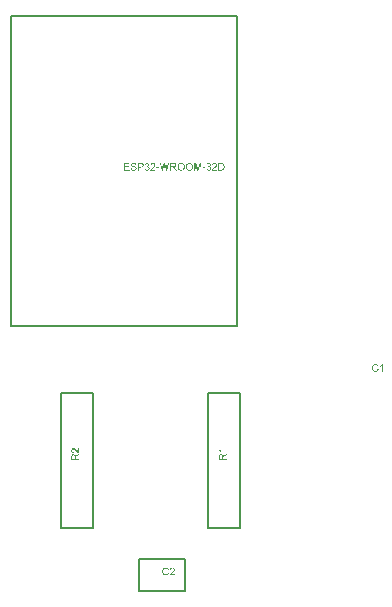
<source format=gbr>
G04*
G04 #@! TF.GenerationSoftware,Altium Limited,Altium Designer,22.4.2 (48)*
G04*
G04 Layer_Color=16711935*
%FSLAX25Y25*%
%MOIN*%
G70*
G04*
G04 #@! TF.SameCoordinates,D1C75A00-648E-4898-854E-167750E82D76*
G04*
G04*
G04 #@! TF.FilePolarity,Positive*
G04*
G01*
G75*
%ADD13C,0.00787*%
G36*
X138536Y169689D02*
X138533D01*
X138518D01*
X138496D01*
X138467Y169693D01*
X138435Y169696D01*
X138398Y169703D01*
X138362Y169711D01*
X138322Y169725D01*
X138318D01*
X138314Y169729D01*
X138293Y169736D01*
X138260Y169751D01*
X138216Y169773D01*
X138165Y169802D01*
X138107Y169838D01*
X138049Y169878D01*
X137987Y169929D01*
X137983D01*
X137979Y169936D01*
X137958Y169955D01*
X137925Y169987D01*
X137878Y170035D01*
X137823Y170089D01*
X137757Y170158D01*
X137685Y170242D01*
X137608Y170333D01*
X137604Y170337D01*
X137594Y170351D01*
X137575Y170373D01*
X137554Y170399D01*
X137524Y170431D01*
X137492Y170471D01*
X137455Y170511D01*
X137415Y170559D01*
X137328Y170650D01*
X137241Y170741D01*
X137197Y170784D01*
X137153Y170825D01*
X137113Y170861D01*
X137073Y170890D01*
X137069D01*
X137066Y170897D01*
X137055Y170905D01*
X137040Y170912D01*
X137000Y170937D01*
X136953Y170966D01*
X136895Y170992D01*
X136833Y171017D01*
X136764Y171032D01*
X136698Y171039D01*
X136695D01*
X136691D01*
X136669Y171036D01*
X136633Y171032D01*
X136593Y171021D01*
X136542Y171007D01*
X136491Y170981D01*
X136440Y170948D01*
X136389Y170905D01*
X136381Y170897D01*
X136367Y170879D01*
X136349Y170854D01*
X136323Y170814D01*
X136301Y170763D01*
X136280Y170704D01*
X136265Y170635D01*
X136261Y170559D01*
Y170537D01*
X136265Y170522D01*
X136269Y170479D01*
X136280Y170428D01*
X136294Y170373D01*
X136320Y170311D01*
X136352Y170253D01*
X136396Y170198D01*
X136403Y170191D01*
X136422Y170177D01*
X136451Y170155D01*
X136494Y170133D01*
X136545Y170107D01*
X136611Y170086D01*
X136684Y170071D01*
X136767Y170064D01*
X136735Y169747D01*
X136731D01*
X136720Y169751D01*
X136702D01*
X136676Y169754D01*
X136647Y169762D01*
X136615Y169769D01*
X136574Y169780D01*
X136534Y169791D01*
X136447Y169820D01*
X136360Y169864D01*
X136316Y169889D01*
X136272Y169922D01*
X136232Y169955D01*
X136196Y169991D01*
X136192Y169995D01*
X136189Y170002D01*
X136178Y170013D01*
X136167Y170031D01*
X136152Y170053D01*
X136138Y170078D01*
X136119Y170107D01*
X136101Y170144D01*
X136083Y170184D01*
X136065Y170228D01*
X136050Y170275D01*
X136036Y170326D01*
X136025Y170380D01*
X136014Y170439D01*
X136010Y170501D01*
X136007Y170566D01*
Y170603D01*
X136010Y170628D01*
X136014Y170657D01*
X136018Y170694D01*
X136025Y170733D01*
X136032Y170774D01*
X136057Y170868D01*
X136094Y170963D01*
X136116Y171010D01*
X136141Y171057D01*
X136174Y171101D01*
X136210Y171141D01*
X136214Y171145D01*
X136218Y171152D01*
X136232Y171159D01*
X136247Y171174D01*
X136265Y171192D01*
X136291Y171210D01*
X136316Y171229D01*
X136349Y171250D01*
X136418Y171287D01*
X136505Y171323D01*
X136549Y171338D01*
X136600Y171345D01*
X136651Y171352D01*
X136706Y171356D01*
X136713D01*
X136731D01*
X136760Y171352D01*
X136800Y171349D01*
X136844Y171341D01*
X136895Y171327D01*
X136949Y171312D01*
X137004Y171290D01*
X137011Y171287D01*
X137029Y171280D01*
X137058Y171265D01*
X137099Y171243D01*
X137142Y171214D01*
X137197Y171178D01*
X137251Y171134D01*
X137313Y171083D01*
X137321Y171076D01*
X137343Y171057D01*
X137361Y171039D01*
X137379Y171021D01*
X137401Y170999D01*
X137430Y170970D01*
X137459Y170941D01*
X137492Y170905D01*
X137528Y170868D01*
X137568Y170825D01*
X137608Y170777D01*
X137655Y170726D01*
X137703Y170668D01*
X137754Y170610D01*
X137757Y170606D01*
X137765Y170599D01*
X137776Y170584D01*
X137790Y170566D01*
X137812Y170544D01*
X137834Y170519D01*
X137881Y170460D01*
X137936Y170399D01*
X137990Y170340D01*
X138038Y170289D01*
X138056Y170268D01*
X138074Y170249D01*
X138078Y170246D01*
X138089Y170235D01*
X138103Y170220D01*
X138125Y170202D01*
X138151Y170184D01*
X138176Y170162D01*
X138238Y170118D01*
Y171360D01*
X138536D01*
Y169689D01*
D02*
G37*
G36*
Y169121D02*
X138012Y168790D01*
X138009D01*
X138001Y168782D01*
X137990Y168775D01*
X137976Y168764D01*
X137936Y168739D01*
X137885Y168706D01*
X137830Y168666D01*
X137772Y168626D01*
X137717Y168586D01*
X137666Y168550D01*
X137663Y168546D01*
X137648Y168535D01*
X137626Y168517D01*
X137601Y168491D01*
X137546Y168437D01*
X137521Y168408D01*
X137499Y168378D01*
X137495Y168375D01*
X137492Y168368D01*
X137484Y168353D01*
X137473Y168331D01*
X137463Y168309D01*
X137452Y168284D01*
X137434Y168226D01*
Y168222D01*
X137430Y168215D01*
Y168200D01*
X137426Y168182D01*
X137423Y168156D01*
Y168127D01*
X137419Y168087D01*
Y167658D01*
X138536D01*
Y167323D01*
X136018D01*
Y168491D01*
X136021Y168520D01*
Y168553D01*
X136025Y168630D01*
X136036Y168710D01*
X136047Y168797D01*
X136065Y168877D01*
X136076Y168917D01*
X136087Y168950D01*
Y168954D01*
X136090Y168957D01*
X136101Y168979D01*
X136116Y169012D01*
X136141Y169052D01*
X136174Y169096D01*
X136218Y169143D01*
X136269Y169186D01*
X136327Y169230D01*
X136330D01*
X136334Y169234D01*
X136356Y169248D01*
X136392Y169263D01*
X136440Y169285D01*
X136494Y169303D01*
X136560Y169321D01*
X136629Y169332D01*
X136706Y169336D01*
X136709D01*
X136716D01*
X136731D01*
X136749Y169332D01*
X136775D01*
X136800Y169328D01*
X136862Y169314D01*
X136935Y169292D01*
X137011Y169263D01*
X137088Y169219D01*
X137124Y169190D01*
X137161Y169161D01*
X137164Y169157D01*
X137168Y169154D01*
X137179Y169143D01*
X137190Y169128D01*
X137204Y169110D01*
X137219Y169088D01*
X137237Y169059D01*
X137259Y169030D01*
X137277Y168994D01*
X137295Y168954D01*
X137317Y168910D01*
X137335Y168863D01*
X137350Y168808D01*
X137368Y168753D01*
X137379Y168692D01*
X137390Y168626D01*
X137393Y168633D01*
X137401Y168648D01*
X137415Y168670D01*
X137430Y168699D01*
X137470Y168764D01*
X137495Y168797D01*
X137517Y168826D01*
X137524Y168833D01*
X137543Y168852D01*
X137572Y168881D01*
X137608Y168917D01*
X137659Y168957D01*
X137714Y169004D01*
X137779Y169052D01*
X137852Y169103D01*
X138536Y169536D01*
Y169121D01*
D02*
G37*
G36*
X187749Y170588D02*
X185780D01*
X185783Y170584D01*
X185798Y170566D01*
X185820Y170544D01*
X185845Y170508D01*
X185878Y170468D01*
X185914Y170417D01*
X185954Y170359D01*
X185995Y170293D01*
Y170289D01*
X185998Y170286D01*
X186013Y170264D01*
X186031Y170228D01*
X186053Y170184D01*
X186078Y170133D01*
X186104Y170078D01*
X186129Y170024D01*
X186151Y169969D01*
X185853D01*
Y169973D01*
X185845Y169980D01*
X185842Y169995D01*
X185831Y170013D01*
X185820Y170035D01*
X185805Y170060D01*
X185769Y170122D01*
X185729Y170195D01*
X185678Y170268D01*
X185620Y170344D01*
X185558Y170421D01*
X185554Y170424D01*
X185550Y170428D01*
X185539Y170439D01*
X185529Y170453D01*
X185492Y170486D01*
X185449Y170530D01*
X185398Y170573D01*
X185339Y170621D01*
X185281Y170661D01*
X185219Y170697D01*
Y170897D01*
X187749D01*
Y170588D01*
D02*
G37*
G36*
Y169121D02*
X187225Y168790D01*
X187221D01*
X187214Y168782D01*
X187203Y168775D01*
X187188Y168764D01*
X187148Y168739D01*
X187097Y168706D01*
X187043Y168666D01*
X186985Y168626D01*
X186930Y168586D01*
X186879Y168550D01*
X186875Y168546D01*
X186861Y168535D01*
X186839Y168517D01*
X186813Y168491D01*
X186759Y168437D01*
X186733Y168407D01*
X186712Y168378D01*
X186708Y168375D01*
X186704Y168368D01*
X186697Y168353D01*
X186686Y168331D01*
X186675Y168309D01*
X186664Y168284D01*
X186646Y168226D01*
Y168222D01*
X186642Y168215D01*
Y168200D01*
X186639Y168182D01*
X186635Y168156D01*
Y168127D01*
X186632Y168087D01*
Y167658D01*
X187749D01*
Y167323D01*
X185230D01*
Y168491D01*
X185234Y168520D01*
Y168553D01*
X185237Y168630D01*
X185248Y168710D01*
X185259Y168797D01*
X185277Y168877D01*
X185288Y168917D01*
X185299Y168950D01*
Y168954D01*
X185303Y168957D01*
X185314Y168979D01*
X185328Y169012D01*
X185354Y169052D01*
X185387Y169096D01*
X185430Y169143D01*
X185481Y169186D01*
X185539Y169230D01*
X185543D01*
X185547Y169234D01*
X185569Y169248D01*
X185605Y169263D01*
X185652Y169285D01*
X185707Y169303D01*
X185773Y169321D01*
X185842Y169332D01*
X185918Y169336D01*
X185922D01*
X185929D01*
X185943D01*
X185962Y169332D01*
X185987D01*
X186013Y169328D01*
X186075Y169314D01*
X186147Y169292D01*
X186224Y169263D01*
X186300Y169219D01*
X186337Y169190D01*
X186373Y169161D01*
X186377Y169157D01*
X186380Y169154D01*
X186391Y169143D01*
X186402Y169128D01*
X186417Y169110D01*
X186431Y169088D01*
X186450Y169059D01*
X186471Y169030D01*
X186489Y168994D01*
X186508Y168954D01*
X186530Y168910D01*
X186548Y168863D01*
X186562Y168808D01*
X186581Y168753D01*
X186591Y168692D01*
X186602Y168626D01*
X186606Y168633D01*
X186613Y168648D01*
X186628Y168670D01*
X186642Y168699D01*
X186682Y168764D01*
X186708Y168797D01*
X186730Y168826D01*
X186737Y168833D01*
X186755Y168852D01*
X186784Y168881D01*
X186821Y168917D01*
X186872Y168957D01*
X186926Y169004D01*
X186992Y169052D01*
X187065Y169103D01*
X187749Y169536D01*
Y169121D01*
D02*
G37*
G36*
X156826Y266441D02*
X156852D01*
X156921Y266434D01*
X156998Y266423D01*
X157078Y266405D01*
X157165Y266383D01*
X157245Y266354D01*
X157249D01*
X157256Y266350D01*
X157267Y266343D01*
X157281Y266336D01*
X157318Y266317D01*
X157365Y266285D01*
X157420Y266248D01*
X157475Y266201D01*
X157525Y266146D01*
X157573Y266084D01*
Y266081D01*
X157576Y266077D01*
X157584Y266066D01*
X157591Y266055D01*
X157609Y266019D01*
X157631Y265972D01*
X157656Y265913D01*
X157675Y265844D01*
X157693Y265771D01*
X157700Y265691D01*
X157380Y265666D01*
Y265669D01*
Y265677D01*
X157376Y265688D01*
X157372Y265706D01*
X157362Y265746D01*
X157347Y265800D01*
X157325Y265859D01*
X157292Y265917D01*
X157252Y265972D01*
X157201Y266022D01*
X157194Y266026D01*
X157176Y266041D01*
X157140Y266063D01*
X157092Y266084D01*
X157030Y266106D01*
X156958Y266128D01*
X156867Y266143D01*
X156765Y266146D01*
X156714D01*
X156692Y266143D01*
X156663Y266139D01*
X156597Y266132D01*
X156524Y266117D01*
X156452Y266099D01*
X156382Y266070D01*
X156353Y266052D01*
X156324Y266033D01*
X156317Y266030D01*
X156302Y266015D01*
X156281Y265990D01*
X156259Y265961D01*
X156233Y265921D01*
X156211Y265877D01*
X156197Y265826D01*
X156190Y265768D01*
Y265760D01*
Y265746D01*
X156193Y265720D01*
X156201Y265691D01*
X156211Y265655D01*
X156230Y265618D01*
X156251Y265582D01*
X156284Y265546D01*
X156288Y265542D01*
X156306Y265531D01*
X156321Y265520D01*
X156335Y265513D01*
X156357Y265502D01*
X156382Y265487D01*
X156415Y265476D01*
X156452Y265462D01*
X156492Y265447D01*
X156539Y265429D01*
X156590Y265415D01*
X156648Y265396D01*
X156714Y265382D01*
X156787Y265364D01*
X156790D01*
X156805Y265360D01*
X156826Y265356D01*
X156852Y265349D01*
X156885Y265342D01*
X156925Y265331D01*
X156965Y265320D01*
X157009Y265309D01*
X157103Y265284D01*
X157194Y265258D01*
X157238Y265244D01*
X157278Y265229D01*
X157314Y265218D01*
X157343Y265203D01*
X157347D01*
X157354Y265200D01*
X157365Y265193D01*
X157380Y265185D01*
X157420Y265163D01*
X157467Y265134D01*
X157522Y265094D01*
X157576Y265051D01*
X157627Y265000D01*
X157671Y264945D01*
X157675Y264938D01*
X157689Y264920D01*
X157704Y264887D01*
X157726Y264843D01*
X157744Y264792D01*
X157762Y264730D01*
X157773Y264661D01*
X157777Y264588D01*
Y264585D01*
Y264581D01*
Y264570D01*
Y264556D01*
X157769Y264516D01*
X157762Y264465D01*
X157747Y264406D01*
X157729Y264345D01*
X157700Y264279D01*
X157660Y264210D01*
Y264206D01*
X157656Y264202D01*
X157638Y264181D01*
X157613Y264148D01*
X157576Y264111D01*
X157529Y264068D01*
X157471Y264020D01*
X157405Y263977D01*
X157329Y263937D01*
X157325D01*
X157318Y263933D01*
X157307Y263930D01*
X157292Y263922D01*
X157271Y263915D01*
X157245Y263904D01*
X157187Y263890D01*
X157118Y263871D01*
X157034Y263853D01*
X156943Y263842D01*
X156845Y263839D01*
X156787D01*
X156757Y263842D01*
X156725D01*
X156688Y263846D01*
X156644Y263849D01*
X156553Y263864D01*
X156459Y263879D01*
X156364Y263904D01*
X156273Y263937D01*
X156270D01*
X156262Y263941D01*
X156251Y263948D01*
X156237Y263955D01*
X156193Y263977D01*
X156142Y264010D01*
X156084Y264053D01*
X156022Y264104D01*
X155964Y264166D01*
X155909Y264235D01*
Y264239D01*
X155902Y264246D01*
X155898Y264257D01*
X155887Y264272D01*
X155880Y264290D01*
X155869Y264312D01*
X155844Y264366D01*
X155818Y264436D01*
X155796Y264512D01*
X155782Y264599D01*
X155775Y264690D01*
X156088Y264719D01*
Y264716D01*
Y264712D01*
X156091Y264701D01*
Y264687D01*
X156098Y264654D01*
X156109Y264607D01*
X156124Y264559D01*
X156139Y264505D01*
X156164Y264454D01*
X156190Y264406D01*
X156193Y264403D01*
X156204Y264388D01*
X156222Y264363D01*
X156251Y264337D01*
X156288Y264304D01*
X156328Y264272D01*
X156382Y264239D01*
X156441Y264210D01*
X156444D01*
X156448Y264206D01*
X156459Y264202D01*
X156470Y264199D01*
X156506Y264188D01*
X156553Y264173D01*
X156612Y264159D01*
X156677Y264148D01*
X156750Y264141D01*
X156830Y264137D01*
X156863D01*
X156899Y264141D01*
X156943Y264144D01*
X156994Y264152D01*
X157052Y264159D01*
X157110Y264173D01*
X157165Y264192D01*
X157172Y264195D01*
X157191Y264202D01*
X157216Y264217D01*
X157249Y264232D01*
X157281Y264257D01*
X157318Y264283D01*
X157354Y264312D01*
X157383Y264348D01*
X157387Y264352D01*
X157394Y264366D01*
X157405Y264385D01*
X157420Y264414D01*
X157434Y264443D01*
X157445Y264479D01*
X157453Y264519D01*
X157456Y264563D01*
Y264566D01*
Y264585D01*
X157453Y264607D01*
X157449Y264636D01*
X157438Y264665D01*
X157427Y264701D01*
X157409Y264738D01*
X157383Y264770D01*
X157380Y264774D01*
X157369Y264785D01*
X157354Y264799D01*
X157329Y264821D01*
X157300Y264843D01*
X157260Y264869D01*
X157212Y264894D01*
X157158Y264916D01*
X157154Y264920D01*
X157136Y264923D01*
X157107Y264934D01*
X157089Y264938D01*
X157063Y264945D01*
X157038Y264956D01*
X157005Y264963D01*
X156968Y264974D01*
X156925Y264985D01*
X156881Y264996D01*
X156830Y265011D01*
X156772Y265025D01*
X156710Y265040D01*
X156706D01*
X156695Y265043D01*
X156677Y265047D01*
X156655Y265054D01*
X156626Y265062D01*
X156594Y265069D01*
X156521Y265091D01*
X156441Y265116D01*
X156357Y265142D01*
X156284Y265167D01*
X156251Y265182D01*
X156222Y265196D01*
X156219D01*
X156215Y265200D01*
X156193Y265214D01*
X156160Y265233D01*
X156124Y265262D01*
X156080Y265295D01*
X156037Y265335D01*
X155993Y265382D01*
X155957Y265433D01*
X155953Y265440D01*
X155942Y265458D01*
X155927Y265487D01*
X155913Y265524D01*
X155898Y265571D01*
X155884Y265626D01*
X155873Y265684D01*
X155869Y265746D01*
Y265750D01*
Y265753D01*
Y265764D01*
Y265779D01*
X155877Y265815D01*
X155884Y265862D01*
X155895Y265917D01*
X155913Y265979D01*
X155938Y266041D01*
X155975Y266103D01*
Y266106D01*
X155978Y266110D01*
X155997Y266132D01*
X156022Y266161D01*
X156055Y266197D01*
X156098Y266237D01*
X156153Y266281D01*
X156219Y266321D01*
X156291Y266357D01*
X156295D01*
X156302Y266361D01*
X156313Y266365D01*
X156328Y266372D01*
X156346Y266379D01*
X156371Y266387D01*
X156426Y266401D01*
X156495Y266416D01*
X156575Y266430D01*
X156659Y266441D01*
X156754Y266445D01*
X156801D01*
X156826Y266441D01*
D02*
G37*
G36*
X181855Y266408D02*
X181903Y266401D01*
X181961Y266390D01*
X182026Y266372D01*
X182092Y266350D01*
X182157Y266321D01*
X182161D01*
X182165Y266317D01*
X182186Y266306D01*
X182219Y266285D01*
X182256Y266259D01*
X182299Y266223D01*
X182343Y266183D01*
X182387Y266135D01*
X182423Y266081D01*
X182427Y266073D01*
X182438Y266055D01*
X182452Y266022D01*
X182470Y265983D01*
X182489Y265935D01*
X182503Y265881D01*
X182514Y265819D01*
X182518Y265757D01*
Y265750D01*
Y265728D01*
X182514Y265699D01*
X182507Y265658D01*
X182496Y265611D01*
X182478Y265560D01*
X182456Y265509D01*
X182427Y265458D01*
X182423Y265451D01*
X182412Y265437D01*
X182390Y265411D01*
X182361Y265382D01*
X182325Y265349D01*
X182281Y265313D01*
X182230Y265280D01*
X182168Y265247D01*
X182172D01*
X182179Y265244D01*
X182190Y265240D01*
X182205Y265236D01*
X182245Y265222D01*
X182296Y265200D01*
X182354Y265171D01*
X182412Y265134D01*
X182467Y265087D01*
X182518Y265033D01*
X182521Y265025D01*
X182536Y265003D01*
X182558Y264967D01*
X182580Y264920D01*
X182601Y264861D01*
X182623Y264792D01*
X182638Y264712D01*
X182641Y264625D01*
Y264621D01*
Y264610D01*
Y264592D01*
X182638Y264570D01*
X182634Y264541D01*
X182627Y264508D01*
X182620Y264472D01*
X182612Y264432D01*
X182583Y264345D01*
X182561Y264297D01*
X182539Y264253D01*
X182510Y264206D01*
X182478Y264159D01*
X182441Y264111D01*
X182397Y264068D01*
X182394Y264064D01*
X182387Y264057D01*
X182372Y264046D01*
X182354Y264031D01*
X182332Y264013D01*
X182303Y263995D01*
X182270Y263973D01*
X182230Y263955D01*
X182190Y263933D01*
X182143Y263911D01*
X182095Y263893D01*
X182041Y263875D01*
X181983Y263860D01*
X181921Y263849D01*
X181859Y263842D01*
X181790Y263839D01*
X181757D01*
X181735Y263842D01*
X181706Y263846D01*
X181673Y263849D01*
X181637Y263857D01*
X181597Y263864D01*
X181509Y263886D01*
X181418Y263922D01*
X181371Y263944D01*
X181327Y263970D01*
X181284Y264002D01*
X181240Y264035D01*
X181236Y264039D01*
X181229Y264046D01*
X181218Y264057D01*
X181207Y264071D01*
X181189Y264090D01*
X181171Y264115D01*
X181149Y264141D01*
X181127Y264173D01*
X181105Y264210D01*
X181084Y264246D01*
X181044Y264334D01*
X181011Y264436D01*
X181000Y264490D01*
X180992Y264548D01*
X181302Y264588D01*
Y264585D01*
X181306Y264577D01*
X181309Y264563D01*
X181313Y264545D01*
X181316Y264523D01*
X181324Y264497D01*
X181342Y264443D01*
X181367Y264377D01*
X181400Y264315D01*
X181437Y264257D01*
X181480Y264206D01*
X181488Y264202D01*
X181502Y264188D01*
X181531Y264170D01*
X181568Y264152D01*
X181611Y264130D01*
X181666Y264111D01*
X181728Y264097D01*
X181793Y264093D01*
X181815D01*
X181830Y264097D01*
X181870Y264101D01*
X181921Y264111D01*
X181979Y264130D01*
X182041Y264155D01*
X182103Y264192D01*
X182161Y264243D01*
X182168Y264250D01*
X182186Y264272D01*
X182208Y264304D01*
X182237Y264348D01*
X182266Y264403D01*
X182288Y264465D01*
X182307Y264537D01*
X182314Y264617D01*
Y264621D01*
Y264628D01*
Y264639D01*
X182310Y264654D01*
X182307Y264694D01*
X182296Y264741D01*
X182281Y264799D01*
X182256Y264858D01*
X182219Y264916D01*
X182172Y264971D01*
X182165Y264978D01*
X182146Y264992D01*
X182117Y265014D01*
X182077Y265040D01*
X182026Y265065D01*
X181964Y265087D01*
X181895Y265102D01*
X181819Y265109D01*
X181786D01*
X181761Y265105D01*
X181728Y265102D01*
X181691Y265094D01*
X181648Y265087D01*
X181600Y265076D01*
X181637Y265349D01*
X181655D01*
X181669Y265346D01*
X181717D01*
X181757Y265353D01*
X181804Y265360D01*
X181859Y265371D01*
X181921Y265389D01*
X181979Y265415D01*
X182041Y265447D01*
X182044D01*
X182048Y265451D01*
X182066Y265466D01*
X182092Y265491D01*
X182121Y265524D01*
X182150Y265571D01*
X182176Y265626D01*
X182194Y265688D01*
X182201Y265724D01*
Y265764D01*
Y265768D01*
Y265771D01*
Y265793D01*
X182194Y265822D01*
X182186Y265862D01*
X182172Y265906D01*
X182154Y265953D01*
X182124Y266001D01*
X182085Y266044D01*
X182081Y266048D01*
X182063Y266063D01*
X182037Y266081D01*
X182004Y266103D01*
X181961Y266121D01*
X181910Y266139D01*
X181851Y266154D01*
X181786Y266157D01*
X181757D01*
X181724Y266150D01*
X181680Y266143D01*
X181633Y266128D01*
X181586Y266110D01*
X181535Y266081D01*
X181488Y266044D01*
X181484Y266041D01*
X181469Y266022D01*
X181448Y265997D01*
X181422Y265961D01*
X181396Y265913D01*
X181371Y265855D01*
X181349Y265786D01*
X181335Y265706D01*
X181025Y265760D01*
Y265764D01*
X181029Y265775D01*
X181033Y265790D01*
X181036Y265811D01*
X181044Y265837D01*
X181054Y265866D01*
X181076Y265935D01*
X181113Y266015D01*
X181156Y266095D01*
X181211Y266172D01*
X181280Y266241D01*
X181284Y266245D01*
X181291Y266248D01*
X181302Y266255D01*
X181316Y266266D01*
X181335Y266281D01*
X181360Y266296D01*
X181386Y266310D01*
X181418Y266328D01*
X181491Y266357D01*
X181575Y266387D01*
X181673Y266405D01*
X181724Y266412D01*
X181815D01*
X181855Y266408D01*
D02*
G37*
G36*
X161322D02*
X161369Y266401D01*
X161427Y266390D01*
X161493Y266372D01*
X161558Y266350D01*
X161624Y266321D01*
X161628D01*
X161631Y266317D01*
X161653Y266306D01*
X161686Y266285D01*
X161722Y266259D01*
X161766Y266223D01*
X161810Y266183D01*
X161853Y266135D01*
X161890Y266081D01*
X161893Y266073D01*
X161904Y266055D01*
X161919Y266022D01*
X161937Y265983D01*
X161955Y265935D01*
X161970Y265881D01*
X161981Y265819D01*
X161984Y265757D01*
Y265750D01*
Y265728D01*
X161981Y265699D01*
X161974Y265658D01*
X161963Y265611D01*
X161944Y265560D01*
X161923Y265509D01*
X161893Y265458D01*
X161890Y265451D01*
X161879Y265437D01*
X161857Y265411D01*
X161828Y265382D01*
X161792Y265349D01*
X161748Y265313D01*
X161697Y265280D01*
X161635Y265247D01*
X161639D01*
X161646Y265244D01*
X161657Y265240D01*
X161671Y265236D01*
X161711Y265222D01*
X161762Y265200D01*
X161821Y265171D01*
X161879Y265134D01*
X161933Y265087D01*
X161984Y265033D01*
X161988Y265025D01*
X162003Y265003D01*
X162024Y264967D01*
X162046Y264920D01*
X162068Y264861D01*
X162090Y264792D01*
X162104Y264712D01*
X162108Y264625D01*
Y264621D01*
Y264610D01*
Y264592D01*
X162104Y264570D01*
X162101Y264541D01*
X162094Y264508D01*
X162086Y264472D01*
X162079Y264432D01*
X162050Y264345D01*
X162028Y264297D01*
X162006Y264253D01*
X161977Y264206D01*
X161944Y264159D01*
X161908Y264111D01*
X161864Y264068D01*
X161861Y264064D01*
X161853Y264057D01*
X161839Y264046D01*
X161821Y264031D01*
X161799Y264013D01*
X161770Y263995D01*
X161737Y263973D01*
X161697Y263955D01*
X161657Y263933D01*
X161609Y263911D01*
X161562Y263893D01*
X161508Y263875D01*
X161449Y263860D01*
X161387Y263849D01*
X161326Y263842D01*
X161256Y263839D01*
X161224D01*
X161202Y263842D01*
X161173Y263846D01*
X161140Y263849D01*
X161103Y263857D01*
X161064Y263864D01*
X160976Y263886D01*
X160885Y263922D01*
X160838Y263944D01*
X160794Y263970D01*
X160750Y264002D01*
X160707Y264035D01*
X160703Y264039D01*
X160696Y264046D01*
X160685Y264057D01*
X160674Y264071D01*
X160656Y264090D01*
X160638Y264115D01*
X160616Y264141D01*
X160594Y264173D01*
X160572Y264210D01*
X160550Y264246D01*
X160510Y264334D01*
X160477Y264436D01*
X160467Y264490D01*
X160459Y264548D01*
X160769Y264588D01*
Y264585D01*
X160772Y264577D01*
X160776Y264563D01*
X160780Y264545D01*
X160783Y264523D01*
X160791Y264497D01*
X160809Y264443D01*
X160834Y264377D01*
X160867Y264315D01*
X160903Y264257D01*
X160947Y264206D01*
X160954Y264202D01*
X160969Y264188D01*
X160998Y264170D01*
X161034Y264152D01*
X161078Y264130D01*
X161133Y264111D01*
X161195Y264097D01*
X161260Y264093D01*
X161282D01*
X161296Y264097D01*
X161337Y264101D01*
X161387Y264111D01*
X161446Y264130D01*
X161508Y264155D01*
X161569Y264192D01*
X161628Y264243D01*
X161635Y264250D01*
X161653Y264272D01*
X161675Y264304D01*
X161704Y264348D01*
X161733Y264403D01*
X161755Y264465D01*
X161773Y264537D01*
X161781Y264617D01*
Y264621D01*
Y264628D01*
Y264639D01*
X161777Y264654D01*
X161773Y264694D01*
X161762Y264741D01*
X161748Y264799D01*
X161722Y264858D01*
X161686Y264916D01*
X161639Y264971D01*
X161631Y264978D01*
X161613Y264992D01*
X161584Y265014D01*
X161544Y265040D01*
X161493Y265065D01*
X161431Y265087D01*
X161362Y265102D01*
X161285Y265109D01*
X161253D01*
X161227Y265105D01*
X161195Y265102D01*
X161158Y265094D01*
X161115Y265087D01*
X161067Y265076D01*
X161103Y265349D01*
X161122D01*
X161136Y265346D01*
X161184D01*
X161224Y265353D01*
X161271Y265360D01*
X161326Y265371D01*
X161387Y265389D01*
X161446Y265415D01*
X161508Y265447D01*
X161511D01*
X161515Y265451D01*
X161533Y265466D01*
X161558Y265491D01*
X161588Y265524D01*
X161617Y265571D01*
X161642Y265626D01*
X161660Y265688D01*
X161668Y265724D01*
Y265764D01*
Y265768D01*
Y265771D01*
Y265793D01*
X161660Y265822D01*
X161653Y265862D01*
X161639Y265906D01*
X161620Y265953D01*
X161591Y266001D01*
X161551Y266044D01*
X161548Y266048D01*
X161529Y266063D01*
X161504Y266081D01*
X161471Y266103D01*
X161427Y266121D01*
X161377Y266139D01*
X161318Y266154D01*
X161253Y266157D01*
X161224D01*
X161191Y266150D01*
X161147Y266143D01*
X161100Y266128D01*
X161053Y266110D01*
X161002Y266081D01*
X160954Y266044D01*
X160951Y266041D01*
X160936Y266022D01*
X160914Y265997D01*
X160889Y265961D01*
X160863Y265913D01*
X160838Y265855D01*
X160816Y265786D01*
X160801Y265706D01*
X160492Y265760D01*
Y265764D01*
X160496Y265775D01*
X160499Y265790D01*
X160503Y265811D01*
X160510Y265837D01*
X160521Y265866D01*
X160543Y265935D01*
X160579Y266015D01*
X160623Y266095D01*
X160678Y266172D01*
X160747Y266241D01*
X160750Y266245D01*
X160758Y266248D01*
X160769Y266255D01*
X160783Y266266D01*
X160801Y266281D01*
X160827Y266296D01*
X160852Y266310D01*
X160885Y266328D01*
X160958Y266357D01*
X161042Y266387D01*
X161140Y266405D01*
X161191Y266412D01*
X161282D01*
X161322Y266408D01*
D02*
G37*
G36*
X180738Y264639D02*
X179780D01*
Y264949D01*
X180738D01*
Y264639D01*
D02*
G37*
G36*
X165293D02*
X164336D01*
Y264949D01*
X165293D01*
Y264639D01*
D02*
G37*
G36*
X179402Y263882D02*
X179081D01*
Y265990D01*
X178346Y263882D01*
X178048D01*
X177320Y266026D01*
Y263882D01*
X176999D01*
Y266401D01*
X177498D01*
X178095Y264614D01*
Y264610D01*
X178099Y264603D01*
X178102Y264592D01*
X178110Y264574D01*
X178124Y264530D01*
X178142Y264475D01*
X178161Y264414D01*
X178182Y264352D01*
X178201Y264294D01*
X178215Y264243D01*
X178219Y264250D01*
X178223Y264268D01*
X178233Y264301D01*
X178248Y264345D01*
X178266Y264403D01*
X178292Y264472D01*
X178317Y264552D01*
X178350Y264647D01*
X178954Y266401D01*
X179402D01*
Y263882D01*
D02*
G37*
G36*
X167990D02*
X167663D01*
X167135Y265800D01*
Y265804D01*
X167131Y265811D01*
X167128Y265822D01*
X167124Y265841D01*
X167113Y265881D01*
X167102Y265928D01*
X167088Y265979D01*
X167073Y266026D01*
X167062Y266066D01*
X167059Y266084D01*
X167055Y266095D01*
Y266092D01*
X167051Y266088D01*
X167048Y266066D01*
X167040Y266033D01*
X167029Y265993D01*
X167018Y265950D01*
X167004Y265899D01*
X166993Y265848D01*
X166979Y265800D01*
X166447Y263882D01*
X166098D01*
X165439Y266401D01*
X165785D01*
X166159Y264749D01*
Y264745D01*
X166163Y264738D01*
X166167Y264723D01*
X166170Y264705D01*
X166174Y264679D01*
X166181Y264654D01*
X166189Y264621D01*
X166196Y264585D01*
X166214Y264508D01*
X166232Y264421D01*
X166251Y264326D01*
X166269Y264232D01*
Y264235D01*
X166272Y264250D01*
X166280Y264268D01*
X166283Y264297D01*
X166290Y264326D01*
X166301Y264363D01*
X166320Y264443D01*
X166341Y264523D01*
X166349Y264563D01*
X166360Y264599D01*
X166367Y264632D01*
X166374Y264661D01*
X166382Y264683D01*
X166385Y264698D01*
X166862Y266401D01*
X167266D01*
X167623Y265124D01*
Y265120D01*
X167630Y265102D01*
X167637Y265076D01*
X167645Y265043D01*
X167656Y265000D01*
X167670Y264952D01*
X167685Y264898D01*
X167699Y264836D01*
X167717Y264767D01*
X167732Y264698D01*
X167765Y264548D01*
X167798Y264392D01*
X167823Y264232D01*
Y264235D01*
X167827Y264243D01*
Y264257D01*
X167834Y264275D01*
X167838Y264297D01*
X167845Y264323D01*
X167849Y264355D01*
X167859Y264392D01*
X167878Y264472D01*
X167899Y264566D01*
X167921Y264668D01*
X167950Y264781D01*
X168343Y266401D01*
X168682D01*
X167990Y263882D01*
D02*
G37*
G36*
X186067Y266397D02*
X186140Y266394D01*
X186212Y266387D01*
X186285Y266376D01*
X186347Y266365D01*
X186351D01*
X186358Y266361D01*
X186369D01*
X186383Y266354D01*
X186423Y266343D01*
X186474Y266325D01*
X186533Y266299D01*
X186594Y266266D01*
X186656Y266230D01*
X186715Y266183D01*
X186718Y266179D01*
X186722Y266175D01*
X186733Y266164D01*
X186747Y266154D01*
X186784Y266117D01*
X186827Y266066D01*
X186875Y266004D01*
X186926Y265932D01*
X186973Y265848D01*
X187013Y265753D01*
Y265750D01*
X187017Y265742D01*
X187024Y265728D01*
X187028Y265706D01*
X187039Y265680D01*
X187046Y265651D01*
X187053Y265618D01*
X187064Y265579D01*
X187075Y265538D01*
X187082Y265491D01*
X187100Y265389D01*
X187111Y265276D01*
X187115Y265153D01*
Y265149D01*
Y265142D01*
Y265124D01*
Y265105D01*
X187111Y265080D01*
Y265051D01*
X187108Y264982D01*
X187097Y264901D01*
X187086Y264818D01*
X187068Y264730D01*
X187046Y264643D01*
Y264639D01*
X187042Y264632D01*
X187039Y264621D01*
X187035Y264607D01*
X187020Y264566D01*
X186998Y264516D01*
X186977Y264457D01*
X186948Y264399D01*
X186911Y264337D01*
X186875Y264279D01*
X186871Y264272D01*
X186856Y264253D01*
X186835Y264228D01*
X186806Y264195D01*
X186773Y264159D01*
X186733Y264122D01*
X186693Y264082D01*
X186645Y264050D01*
X186638Y264046D01*
X186624Y264035D01*
X186598Y264020D01*
X186562Y264002D01*
X186518Y263981D01*
X186467Y263962D01*
X186409Y263941D01*
X186343Y263922D01*
X186336D01*
X186325Y263919D01*
X186314Y263915D01*
X186278Y263911D01*
X186227Y263904D01*
X186169Y263897D01*
X186099Y263890D01*
X186023Y263886D01*
X185939Y263882D01*
X185033D01*
Y266401D01*
X186001D01*
X186067Y266397D01*
D02*
G37*
G36*
X183843Y266408D02*
X183872Y266405D01*
X183908Y266401D01*
X183948Y266394D01*
X183988Y266387D01*
X184083Y266361D01*
X184177Y266325D01*
X184225Y266303D01*
X184272Y266277D01*
X184316Y266245D01*
X184356Y266208D01*
X184360Y266205D01*
X184367Y266201D01*
X184374Y266186D01*
X184389Y266172D01*
X184407Y266154D01*
X184425Y266128D01*
X184443Y266103D01*
X184465Y266070D01*
X184501Y266001D01*
X184538Y265913D01*
X184552Y265870D01*
X184560Y265819D01*
X184567Y265768D01*
X184571Y265713D01*
Y265706D01*
Y265688D01*
X184567Y265658D01*
X184563Y265618D01*
X184556Y265575D01*
X184541Y265524D01*
X184527Y265469D01*
X184505Y265415D01*
X184501Y265407D01*
X184494Y265389D01*
X184480Y265360D01*
X184458Y265320D01*
X184429Y265276D01*
X184392Y265222D01*
X184349Y265167D01*
X184298Y265105D01*
X184290Y265098D01*
X184272Y265076D01*
X184254Y265058D01*
X184236Y265040D01*
X184214Y265018D01*
X184185Y264989D01*
X184156Y264960D01*
X184119Y264927D01*
X184083Y264891D01*
X184039Y264850D01*
X183992Y264810D01*
X183941Y264763D01*
X183883Y264716D01*
X183824Y264665D01*
X183821Y264661D01*
X183814Y264654D01*
X183799Y264643D01*
X183781Y264628D01*
X183759Y264607D01*
X183733Y264585D01*
X183675Y264537D01*
X183613Y264483D01*
X183555Y264428D01*
X183504Y264381D01*
X183482Y264363D01*
X183464Y264345D01*
X183460Y264341D01*
X183449Y264330D01*
X183435Y264315D01*
X183417Y264294D01*
X183398Y264268D01*
X183377Y264243D01*
X183333Y264181D01*
X184574D01*
Y263882D01*
X182904D01*
Y263886D01*
Y263900D01*
Y263922D01*
X182907Y263951D01*
X182911Y263984D01*
X182918Y264020D01*
X182925Y264057D01*
X182940Y264097D01*
Y264101D01*
X182943Y264104D01*
X182951Y264126D01*
X182965Y264159D01*
X182987Y264202D01*
X183016Y264253D01*
X183053Y264312D01*
X183093Y264370D01*
X183144Y264432D01*
Y264436D01*
X183151Y264439D01*
X183169Y264461D01*
X183202Y264494D01*
X183249Y264541D01*
X183304Y264596D01*
X183373Y264661D01*
X183457Y264734D01*
X183548Y264810D01*
X183551Y264814D01*
X183566Y264825D01*
X183588Y264843D01*
X183613Y264865D01*
X183646Y264894D01*
X183686Y264927D01*
X183726Y264963D01*
X183774Y265003D01*
X183864Y265091D01*
X183955Y265178D01*
X183999Y265222D01*
X184039Y265265D01*
X184076Y265305D01*
X184105Y265346D01*
Y265349D01*
X184112Y265353D01*
X184119Y265364D01*
X184126Y265378D01*
X184152Y265418D01*
X184181Y265466D01*
X184207Y265524D01*
X184232Y265586D01*
X184247Y265655D01*
X184254Y265720D01*
Y265724D01*
Y265728D01*
X184250Y265750D01*
X184247Y265786D01*
X184236Y265826D01*
X184221Y265877D01*
X184196Y265928D01*
X184163Y265979D01*
X184119Y266030D01*
X184112Y266037D01*
X184094Y266052D01*
X184068Y266070D01*
X184028Y266095D01*
X183977Y266117D01*
X183919Y266139D01*
X183850Y266154D01*
X183774Y266157D01*
X183752D01*
X183737Y266154D01*
X183693Y266150D01*
X183642Y266139D01*
X183588Y266124D01*
X183526Y266099D01*
X183468Y266066D01*
X183413Y266022D01*
X183406Y266015D01*
X183391Y265997D01*
X183369Y265968D01*
X183348Y265924D01*
X183322Y265873D01*
X183300Y265808D01*
X183286Y265735D01*
X183278Y265651D01*
X182962Y265684D01*
Y265688D01*
X182965Y265699D01*
Y265717D01*
X182969Y265742D01*
X182976Y265771D01*
X182984Y265804D01*
X182994Y265844D01*
X183005Y265884D01*
X183035Y265972D01*
X183078Y266059D01*
X183104Y266103D01*
X183136Y266146D01*
X183169Y266186D01*
X183206Y266223D01*
X183209Y266226D01*
X183217Y266230D01*
X183227Y266241D01*
X183246Y266252D01*
X183267Y266266D01*
X183293Y266281D01*
X183322Y266299D01*
X183359Y266317D01*
X183398Y266336D01*
X183442Y266354D01*
X183490Y266368D01*
X183540Y266383D01*
X183595Y266394D01*
X183653Y266405D01*
X183715Y266408D01*
X183781Y266412D01*
X183817D01*
X183843Y266408D01*
D02*
G37*
G36*
X170196Y266397D02*
X170229D01*
X170305Y266394D01*
X170386Y266383D01*
X170473Y266372D01*
X170553Y266354D01*
X170593Y266343D01*
X170626Y266332D01*
X170629D01*
X170633Y266328D01*
X170655Y266317D01*
X170688Y266303D01*
X170728Y266277D01*
X170771Y266245D01*
X170819Y266201D01*
X170862Y266150D01*
X170906Y266092D01*
Y266088D01*
X170910Y266084D01*
X170924Y266063D01*
X170939Y266026D01*
X170961Y265979D01*
X170979Y265924D01*
X170997Y265859D01*
X171008Y265790D01*
X171012Y265713D01*
Y265709D01*
Y265702D01*
Y265688D01*
X171008Y265669D01*
Y265644D01*
X171004Y265618D01*
X170990Y265557D01*
X170968Y265484D01*
X170939Y265407D01*
X170895Y265331D01*
X170866Y265295D01*
X170837Y265258D01*
X170833Y265254D01*
X170830Y265251D01*
X170819Y265240D01*
X170804Y265229D01*
X170786Y265214D01*
X170764Y265200D01*
X170735Y265182D01*
X170706Y265160D01*
X170669Y265142D01*
X170629Y265124D01*
X170586Y265102D01*
X170538Y265083D01*
X170484Y265069D01*
X170429Y265051D01*
X170367Y265040D01*
X170302Y265029D01*
X170309Y265025D01*
X170324Y265018D01*
X170345Y265003D01*
X170375Y264989D01*
X170440Y264949D01*
X170473Y264923D01*
X170502Y264901D01*
X170509Y264894D01*
X170528Y264876D01*
X170557Y264847D01*
X170593Y264810D01*
X170633Y264759D01*
X170680Y264705D01*
X170728Y264639D01*
X170779Y264566D01*
X171212Y263882D01*
X170797D01*
X170466Y264406D01*
Y264410D01*
X170458Y264417D01*
X170451Y264428D01*
X170440Y264443D01*
X170415Y264483D01*
X170382Y264534D01*
X170342Y264588D01*
X170302Y264647D01*
X170262Y264701D01*
X170225Y264752D01*
X170222Y264756D01*
X170211Y264770D01*
X170193Y264792D01*
X170167Y264818D01*
X170113Y264872D01*
X170083Y264898D01*
X170054Y264920D01*
X170051Y264923D01*
X170043Y264927D01*
X170029Y264934D01*
X170007Y264945D01*
X169985Y264956D01*
X169960Y264967D01*
X169901Y264985D01*
X169898D01*
X169890Y264989D01*
X169876D01*
X169858Y264992D01*
X169832Y264996D01*
X169803D01*
X169763Y265000D01*
X169334D01*
Y263882D01*
X168999D01*
Y266401D01*
X170167D01*
X170196Y266397D01*
D02*
G37*
G36*
X163309Y266408D02*
X163338Y266405D01*
X163375Y266401D01*
X163415Y266394D01*
X163455Y266387D01*
X163550Y266361D01*
X163644Y266325D01*
X163692Y266303D01*
X163739Y266277D01*
X163783Y266245D01*
X163823Y266208D01*
X163826Y266205D01*
X163833Y266201D01*
X163841Y266186D01*
X163855Y266172D01*
X163874Y266154D01*
X163892Y266128D01*
X163910Y266103D01*
X163932Y266070D01*
X163968Y266001D01*
X164005Y265913D01*
X164019Y265870D01*
X164026Y265819D01*
X164034Y265768D01*
X164037Y265713D01*
Y265706D01*
Y265688D01*
X164034Y265658D01*
X164030Y265618D01*
X164023Y265575D01*
X164008Y265524D01*
X163994Y265469D01*
X163972Y265415D01*
X163968Y265407D01*
X163961Y265389D01*
X163946Y265360D01*
X163925Y265320D01*
X163895Y265276D01*
X163859Y265222D01*
X163815Y265167D01*
X163764Y265105D01*
X163757Y265098D01*
X163739Y265076D01*
X163721Y265058D01*
X163702Y265040D01*
X163681Y265018D01*
X163652Y264989D01*
X163622Y264960D01*
X163586Y264927D01*
X163550Y264891D01*
X163506Y264850D01*
X163459Y264810D01*
X163408Y264763D01*
X163349Y264716D01*
X163291Y264665D01*
X163287Y264661D01*
X163280Y264654D01*
X163266Y264643D01*
X163248Y264628D01*
X163226Y264607D01*
X163200Y264585D01*
X163142Y264537D01*
X163080Y264483D01*
X163022Y264428D01*
X162971Y264381D01*
X162949Y264363D01*
X162931Y264345D01*
X162927Y264341D01*
X162916Y264330D01*
X162902Y264315D01*
X162883Y264294D01*
X162865Y264268D01*
X162844Y264243D01*
X162800Y264181D01*
X164041D01*
Y263882D01*
X162370D01*
Y263886D01*
Y263900D01*
Y263922D01*
X162374Y263951D01*
X162378Y263984D01*
X162385Y264020D01*
X162392Y264057D01*
X162407Y264097D01*
Y264101D01*
X162410Y264104D01*
X162418Y264126D01*
X162432Y264159D01*
X162454Y264202D01*
X162483Y264253D01*
X162520Y264312D01*
X162559Y264370D01*
X162610Y264432D01*
Y264436D01*
X162618Y264439D01*
X162636Y264461D01*
X162669Y264494D01*
X162716Y264541D01*
X162771Y264596D01*
X162840Y264661D01*
X162924Y264734D01*
X163014Y264810D01*
X163018Y264814D01*
X163033Y264825D01*
X163055Y264843D01*
X163080Y264865D01*
X163113Y264894D01*
X163153Y264927D01*
X163193Y264963D01*
X163240Y265003D01*
X163331Y265091D01*
X163422Y265178D01*
X163466Y265222D01*
X163506Y265265D01*
X163542Y265305D01*
X163572Y265346D01*
Y265349D01*
X163579Y265353D01*
X163586Y265364D01*
X163593Y265378D01*
X163619Y265418D01*
X163648Y265466D01*
X163673Y265524D01*
X163699Y265586D01*
X163713Y265655D01*
X163721Y265720D01*
Y265724D01*
Y265728D01*
X163717Y265750D01*
X163713Y265786D01*
X163702Y265826D01*
X163688Y265877D01*
X163662Y265928D01*
X163630Y265979D01*
X163586Y266030D01*
X163579Y266037D01*
X163560Y266052D01*
X163535Y266070D01*
X163495Y266095D01*
X163444Y266117D01*
X163386Y266139D01*
X163317Y266154D01*
X163240Y266157D01*
X163218D01*
X163204Y266154D01*
X163160Y266150D01*
X163109Y266139D01*
X163055Y266124D01*
X162993Y266099D01*
X162934Y266066D01*
X162880Y266022D01*
X162873Y266015D01*
X162858Y265997D01*
X162836Y265968D01*
X162814Y265924D01*
X162789Y265873D01*
X162767Y265808D01*
X162752Y265735D01*
X162745Y265651D01*
X162428Y265684D01*
Y265688D01*
X162432Y265699D01*
Y265717D01*
X162436Y265742D01*
X162443Y265771D01*
X162450Y265804D01*
X162461Y265844D01*
X162472Y265884D01*
X162501Y265972D01*
X162545Y266059D01*
X162571Y266103D01*
X162603Y266146D01*
X162636Y266186D01*
X162672Y266223D01*
X162676Y266226D01*
X162683Y266230D01*
X162694Y266241D01*
X162712Y266252D01*
X162734Y266266D01*
X162760Y266281D01*
X162789Y266299D01*
X162825Y266317D01*
X162865Y266336D01*
X162909Y266354D01*
X162956Y266368D01*
X163007Y266383D01*
X163062Y266394D01*
X163120Y266405D01*
X163182Y266408D01*
X163248Y266412D01*
X163284D01*
X163309Y266408D01*
D02*
G37*
G36*
X159324Y266397D02*
X159385Y266394D01*
X159451Y266390D01*
X159513Y266383D01*
X159567Y266376D01*
X159575D01*
X159600Y266368D01*
X159633Y266361D01*
X159677Y266350D01*
X159724Y266332D01*
X159775Y266310D01*
X159829Y266285D01*
X159877Y266255D01*
X159884Y266252D01*
X159899Y266241D01*
X159921Y266219D01*
X159950Y266194D01*
X159982Y266161D01*
X160015Y266117D01*
X160052Y266070D01*
X160081Y266015D01*
X160084Y266008D01*
X160092Y265990D01*
X160106Y265957D01*
X160121Y265913D01*
X160132Y265862D01*
X160146Y265804D01*
X160153Y265739D01*
X160157Y265669D01*
Y265666D01*
Y265655D01*
Y265640D01*
X160153Y265615D01*
X160150Y265589D01*
X160146Y265557D01*
X160139Y265520D01*
X160132Y265480D01*
X160106Y265396D01*
X160092Y265353D01*
X160070Y265305D01*
X160044Y265258D01*
X160019Y265214D01*
X159986Y265171D01*
X159950Y265127D01*
X159946Y265124D01*
X159939Y265116D01*
X159928Y265105D01*
X159910Y265094D01*
X159888Y265076D01*
X159859Y265058D01*
X159822Y265036D01*
X159782Y265018D01*
X159735Y264996D01*
X159680Y264974D01*
X159622Y264956D01*
X159553Y264941D01*
X159480Y264927D01*
X159400Y264916D01*
X159309Y264909D01*
X159214Y264905D01*
X158570D01*
Y263882D01*
X158235D01*
Y266401D01*
X159269D01*
X159324Y266397D01*
D02*
G37*
G36*
X155367Y266103D02*
X153878D01*
Y265335D01*
X155272D01*
Y265036D01*
X153878D01*
Y264181D01*
X155425D01*
Y263882D01*
X153543D01*
Y266401D01*
X155367D01*
Y266103D01*
D02*
G37*
G36*
X175434Y266441D02*
X175467D01*
X175500Y266438D01*
X175543Y266430D01*
X175587Y266423D01*
X175682Y266405D01*
X175791Y266376D01*
X175897Y266332D01*
X175951Y266306D01*
X176006Y266277D01*
X176009Y266274D01*
X176017Y266270D01*
X176031Y266259D01*
X176053Y266248D01*
X176075Y266230D01*
X176104Y266208D01*
X176166Y266157D01*
X176231Y266092D01*
X176304Y266012D01*
X176373Y265917D01*
X176432Y265811D01*
Y265808D01*
X176439Y265797D01*
X176446Y265782D01*
X176453Y265760D01*
X176468Y265731D01*
X176479Y265699D01*
X176494Y265658D01*
X176508Y265615D01*
X176519Y265567D01*
X176533Y265517D01*
X176548Y265458D01*
X176559Y265400D01*
X176574Y265273D01*
X176581Y265134D01*
Y265131D01*
Y265116D01*
Y265098D01*
X176577Y265069D01*
Y265036D01*
X176574Y264996D01*
X176566Y264952D01*
X176563Y264905D01*
X176544Y264799D01*
X176515Y264683D01*
X176475Y264566D01*
X176453Y264508D01*
X176424Y264450D01*
Y264446D01*
X176417Y264436D01*
X176410Y264421D01*
X176395Y264399D01*
X176381Y264374D01*
X176362Y264348D01*
X176311Y264279D01*
X176250Y264206D01*
X176177Y264130D01*
X176089Y264057D01*
X175988Y263991D01*
X175984D01*
X175977Y263984D01*
X175958Y263977D01*
X175936Y263966D01*
X175911Y263955D01*
X175882Y263944D01*
X175846Y263930D01*
X175805Y263915D01*
X175762Y263900D01*
X175715Y263886D01*
X175609Y263864D01*
X175496Y263846D01*
X175376Y263839D01*
X175340D01*
X175318Y263842D01*
X175285D01*
X175249Y263849D01*
X175208Y263853D01*
X175161Y263860D01*
X175063Y263882D01*
X174957Y263911D01*
X174848Y263955D01*
X174794Y263981D01*
X174739Y264010D01*
X174735Y264013D01*
X174728Y264017D01*
X174714Y264028D01*
X174692Y264042D01*
X174670Y264057D01*
X174644Y264079D01*
X174582Y264133D01*
X174513Y264199D01*
X174441Y264279D01*
X174375Y264370D01*
X174313Y264475D01*
Y264479D01*
X174306Y264490D01*
X174299Y264505D01*
X174291Y264527D01*
X174280Y264556D01*
X174269Y264588D01*
X174255Y264625D01*
X174244Y264665D01*
X174229Y264712D01*
X174215Y264759D01*
X174193Y264869D01*
X174178Y264982D01*
X174171Y265105D01*
Y265109D01*
Y265112D01*
Y265134D01*
X174175Y265167D01*
Y265211D01*
X174182Y265262D01*
X174189Y265324D01*
X174200Y265393D01*
X174215Y265466D01*
X174229Y265542D01*
X174251Y265622D01*
X174280Y265702D01*
X174313Y265786D01*
X174349Y265866D01*
X174397Y265946D01*
X174448Y266019D01*
X174506Y266088D01*
X174510Y266092D01*
X174521Y266103D01*
X174542Y266121D01*
X174568Y266143D01*
X174601Y266172D01*
X174641Y266201D01*
X174688Y266234D01*
X174743Y266266D01*
X174801Y266299D01*
X174866Y266332D01*
X174939Y266361D01*
X175016Y266390D01*
X175099Y266412D01*
X175187Y266430D01*
X175278Y266441D01*
X175376Y266445D01*
X175409D01*
X175434Y266441D01*
D02*
G37*
G36*
X172697D02*
X172730D01*
X172762Y266438D01*
X172806Y266430D01*
X172850Y266423D01*
X172944Y266405D01*
X173054Y266376D01*
X173159Y266332D01*
X173214Y266306D01*
X173268Y266277D01*
X173272Y266274D01*
X173279Y266270D01*
X173294Y266259D01*
X173316Y266248D01*
X173338Y266230D01*
X173367Y266208D01*
X173429Y266157D01*
X173494Y266092D01*
X173567Y266012D01*
X173636Y265917D01*
X173694Y265811D01*
Y265808D01*
X173702Y265797D01*
X173709Y265782D01*
X173716Y265760D01*
X173731Y265731D01*
X173742Y265699D01*
X173756Y265658D01*
X173771Y265615D01*
X173782Y265567D01*
X173796Y265517D01*
X173811Y265458D01*
X173822Y265400D01*
X173836Y265273D01*
X173844Y265134D01*
Y265131D01*
Y265116D01*
Y265098D01*
X173840Y265069D01*
Y265036D01*
X173836Y264996D01*
X173829Y264952D01*
X173825Y264905D01*
X173807Y264799D01*
X173778Y264683D01*
X173738Y264566D01*
X173716Y264508D01*
X173687Y264450D01*
Y264446D01*
X173680Y264436D01*
X173672Y264421D01*
X173658Y264399D01*
X173643Y264374D01*
X173625Y264348D01*
X173574Y264279D01*
X173512Y264206D01*
X173440Y264130D01*
X173352Y264057D01*
X173250Y263991D01*
X173247D01*
X173239Y263984D01*
X173221Y263977D01*
X173199Y263966D01*
X173174Y263955D01*
X173145Y263944D01*
X173108Y263930D01*
X173068Y263915D01*
X173024Y263900D01*
X172977Y263886D01*
X172872Y263864D01*
X172759Y263846D01*
X172639Y263839D01*
X172602D01*
X172580Y263842D01*
X172548D01*
X172511Y263849D01*
X172471Y263853D01*
X172424Y263860D01*
X172326Y263882D01*
X172220Y263911D01*
X172111Y263955D01*
X172056Y263981D01*
X172002Y264010D01*
X171998Y264013D01*
X171991Y264017D01*
X171976Y264028D01*
X171954Y264042D01*
X171932Y264057D01*
X171907Y264079D01*
X171845Y264133D01*
X171776Y264199D01*
X171703Y264279D01*
X171638Y264370D01*
X171576Y264475D01*
Y264479D01*
X171569Y264490D01*
X171561Y264505D01*
X171554Y264527D01*
X171543Y264556D01*
X171532Y264588D01*
X171518Y264625D01*
X171507Y264665D01*
X171492Y264712D01*
X171477Y264759D01*
X171456Y264869D01*
X171441Y264982D01*
X171434Y265105D01*
Y265109D01*
Y265112D01*
Y265134D01*
X171438Y265167D01*
Y265211D01*
X171445Y265262D01*
X171452Y265324D01*
X171463Y265393D01*
X171477Y265466D01*
X171492Y265542D01*
X171514Y265622D01*
X171543Y265702D01*
X171576Y265786D01*
X171612Y265866D01*
X171660Y265946D01*
X171711Y266019D01*
X171769Y266088D01*
X171772Y266092D01*
X171783Y266103D01*
X171805Y266121D01*
X171831Y266143D01*
X171863Y266172D01*
X171903Y266201D01*
X171951Y266234D01*
X172005Y266266D01*
X172064Y266299D01*
X172129Y266332D01*
X172202Y266361D01*
X172278Y266390D01*
X172362Y266412D01*
X172449Y266430D01*
X172540Y266441D01*
X172639Y266445D01*
X172671D01*
X172697Y266441D01*
D02*
G37*
G36*
X167587Y131540D02*
X167620Y131536D01*
X167660Y131532D01*
X167700Y131529D01*
X167747Y131518D01*
X167845Y131496D01*
X167955Y131463D01*
X168009Y131441D01*
X168060Y131416D01*
X168111Y131383D01*
X168162Y131350D01*
X168166Y131347D01*
X168173Y131343D01*
X168188Y131332D01*
X168206Y131314D01*
X168224Y131296D01*
X168249Y131270D01*
X168275Y131241D01*
X168304Y131212D01*
X168333Y131176D01*
X168362Y131132D01*
X168395Y131088D01*
X168424Y131041D01*
X168450Y130986D01*
X168479Y130932D01*
X168501Y130873D01*
X168523Y130808D01*
X168195Y130731D01*
Y130735D01*
X168191Y130742D01*
X168184Y130757D01*
X168177Y130775D01*
X168169Y130797D01*
X168158Y130826D01*
X168129Y130884D01*
X168093Y130950D01*
X168049Y131015D01*
X167995Y131077D01*
X167937Y131132D01*
X167929Y131139D01*
X167907Y131154D01*
X167871Y131172D01*
X167824Y131197D01*
X167762Y131219D01*
X167693Y131241D01*
X167609Y131256D01*
X167518Y131259D01*
X167489D01*
X167471Y131256D01*
X167445D01*
X167416Y131252D01*
X167347Y131241D01*
X167270Y131227D01*
X167190Y131201D01*
X167107Y131165D01*
X167030Y131117D01*
X167026D01*
X167023Y131110D01*
X166997Y131092D01*
X166965Y131063D01*
X166925Y131019D01*
X166877Y130964D01*
X166834Y130903D01*
X166794Y130826D01*
X166757Y130742D01*
Y130739D01*
X166753Y130731D01*
X166750Y130721D01*
X166746Y130702D01*
X166739Y130681D01*
X166732Y130655D01*
X166721Y130593D01*
X166706Y130520D01*
X166692Y130440D01*
X166684Y130353D01*
X166681Y130258D01*
Y130255D01*
Y130244D01*
Y130226D01*
Y130204D01*
X166684Y130178D01*
Y130145D01*
X166688Y130109D01*
X166692Y130069D01*
X166702Y129982D01*
X166721Y129887D01*
X166743Y129792D01*
X166772Y129698D01*
Y129694D01*
X166775Y129687D01*
X166783Y129676D01*
X166790Y129658D01*
X166812Y129614D01*
X166844Y129563D01*
X166885Y129505D01*
X166936Y129443D01*
X166994Y129388D01*
X167063Y129337D01*
X167067D01*
X167074Y129334D01*
X167085Y129326D01*
X167099Y129319D01*
X167118Y129312D01*
X167139Y129301D01*
X167190Y129279D01*
X167256Y129257D01*
X167329Y129239D01*
X167409Y129225D01*
X167492Y129221D01*
X167518D01*
X167540Y129225D01*
X167565D01*
X167591Y129228D01*
X167656Y129243D01*
X167733Y129261D01*
X167809Y129290D01*
X167889Y129330D01*
X167929Y129352D01*
X167966Y129381D01*
X167969Y129385D01*
X167973Y129388D01*
X167984Y129399D01*
X167998Y129410D01*
X168013Y129428D01*
X168031Y129450D01*
X168053Y129472D01*
X168071Y129501D01*
X168093Y129534D01*
X168119Y129570D01*
X168140Y129607D01*
X168162Y129650D01*
X168180Y129698D01*
X168199Y129749D01*
X168217Y129803D01*
X168231Y129861D01*
X168566Y129778D01*
Y129774D01*
X168563Y129760D01*
X168555Y129738D01*
X168544Y129709D01*
X168533Y129676D01*
X168519Y129636D01*
X168501Y129592D01*
X168479Y129545D01*
X168428Y129443D01*
X168362Y129341D01*
X168322Y129290D01*
X168282Y129239D01*
X168239Y129195D01*
X168188Y129152D01*
X168184Y129148D01*
X168177Y129141D01*
X168158Y129133D01*
X168140Y129119D01*
X168111Y129101D01*
X168082Y129083D01*
X168042Y129064D01*
X168002Y129046D01*
X167955Y129024D01*
X167904Y129006D01*
X167849Y128988D01*
X167791Y128970D01*
X167729Y128955D01*
X167664Y128948D01*
X167594Y128941D01*
X167522Y128937D01*
X167482D01*
X167452Y128941D01*
X167420D01*
X167380Y128944D01*
X167336Y128952D01*
X167285Y128959D01*
X167179Y128977D01*
X167070Y129006D01*
X166961Y129046D01*
X166910Y129072D01*
X166859Y129101D01*
X166855Y129104D01*
X166848Y129108D01*
X166834Y129119D01*
X166819Y129133D01*
X166797Y129148D01*
X166772Y129170D01*
X166743Y129195D01*
X166713Y129225D01*
X166684Y129257D01*
X166652Y129290D01*
X166586Y129374D01*
X166524Y129472D01*
X166470Y129581D01*
Y129585D01*
X166462Y129596D01*
X166459Y129614D01*
X166448Y129636D01*
X166440Y129665D01*
X166429Y129701D01*
X166415Y129741D01*
X166404Y129785D01*
X166393Y129832D01*
X166379Y129887D01*
X166360Y130000D01*
X166346Y130127D01*
X166339Y130258D01*
Y130262D01*
Y130277D01*
Y130298D01*
X166342Y130324D01*
Y130360D01*
X166346Y130397D01*
X166349Y130444D01*
X166357Y130491D01*
X166375Y130597D01*
X166400Y130713D01*
X166437Y130830D01*
X166488Y130943D01*
X166491Y130946D01*
X166495Y130957D01*
X166502Y130972D01*
X166517Y130990D01*
X166531Y131015D01*
X166550Y131044D01*
X166597Y131110D01*
X166659Y131183D01*
X166732Y131256D01*
X166815Y131328D01*
X166914Y131390D01*
X166917Y131394D01*
X166928Y131398D01*
X166943Y131405D01*
X166961Y131416D01*
X166990Y131427D01*
X167019Y131438D01*
X167056Y131452D01*
X167096Y131467D01*
X167139Y131481D01*
X167187Y131496D01*
X167289Y131518D01*
X167405Y131536D01*
X167525Y131543D01*
X167562D01*
X167587Y131540D01*
D02*
G37*
G36*
X169746Y131507D02*
X169775Y131503D01*
X169811Y131500D01*
X169851Y131492D01*
X169891Y131485D01*
X169986Y131459D01*
X170080Y131423D01*
X170128Y131401D01*
X170175Y131376D01*
X170219Y131343D01*
X170259Y131307D01*
X170262Y131303D01*
X170270Y131299D01*
X170277Y131285D01*
X170292Y131270D01*
X170310Y131252D01*
X170328Y131227D01*
X170346Y131201D01*
X170368Y131168D01*
X170404Y131099D01*
X170441Y131012D01*
X170455Y130968D01*
X170463Y130917D01*
X170470Y130866D01*
X170474Y130812D01*
Y130804D01*
Y130786D01*
X170470Y130757D01*
X170466Y130717D01*
X170459Y130673D01*
X170445Y130622D01*
X170430Y130568D01*
X170408Y130513D01*
X170404Y130506D01*
X170397Y130488D01*
X170383Y130458D01*
X170361Y130418D01*
X170332Y130375D01*
X170295Y130320D01*
X170252Y130266D01*
X170201Y130204D01*
X170193Y130196D01*
X170175Y130175D01*
X170157Y130156D01*
X170139Y130138D01*
X170117Y130116D01*
X170088Y130087D01*
X170059Y130058D01*
X170022Y130025D01*
X169986Y129989D01*
X169942Y129949D01*
X169895Y129909D01*
X169844Y129861D01*
X169786Y129814D01*
X169727Y129763D01*
X169724Y129760D01*
X169717Y129752D01*
X169702Y129741D01*
X169684Y129727D01*
X169662Y129705D01*
X169636Y129683D01*
X169578Y129636D01*
X169516Y129581D01*
X169458Y129527D01*
X169407Y129479D01*
X169385Y129461D01*
X169367Y129443D01*
X169363Y129439D01*
X169352Y129428D01*
X169338Y129414D01*
X169320Y129392D01*
X169301Y129367D01*
X169280Y129341D01*
X169236Y129279D01*
X170477D01*
Y128981D01*
X168806D01*
Y128984D01*
Y128999D01*
Y129021D01*
X168810Y129050D01*
X168814Y129083D01*
X168821Y129119D01*
X168828Y129155D01*
X168843Y129195D01*
Y129199D01*
X168846Y129203D01*
X168854Y129225D01*
X168868Y129257D01*
X168890Y129301D01*
X168919Y129352D01*
X168956Y129410D01*
X168996Y129468D01*
X169047Y129530D01*
Y129534D01*
X169054Y129538D01*
X169072Y129559D01*
X169105Y129592D01*
X169152Y129639D01*
X169207Y129694D01*
X169276Y129760D01*
X169360Y129832D01*
X169451Y129909D01*
X169454Y129912D01*
X169469Y129923D01*
X169491Y129942D01*
X169516Y129963D01*
X169549Y129993D01*
X169589Y130025D01*
X169629Y130062D01*
X169676Y130102D01*
X169767Y130189D01*
X169858Y130277D01*
X169902Y130320D01*
X169942Y130364D01*
X169978Y130404D01*
X170008Y130444D01*
Y130448D01*
X170015Y130451D01*
X170022Y130462D01*
X170029Y130477D01*
X170055Y130517D01*
X170084Y130564D01*
X170110Y130622D01*
X170135Y130684D01*
X170150Y130753D01*
X170157Y130819D01*
Y130823D01*
Y130826D01*
X170153Y130848D01*
X170150Y130884D01*
X170139Y130924D01*
X170124Y130975D01*
X170099Y131026D01*
X170066Y131077D01*
X170022Y131128D01*
X170015Y131135D01*
X169997Y131150D01*
X169971Y131168D01*
X169931Y131194D01*
X169880Y131216D01*
X169822Y131237D01*
X169753Y131252D01*
X169676Y131256D01*
X169655D01*
X169640Y131252D01*
X169596Y131248D01*
X169545Y131237D01*
X169491Y131223D01*
X169429Y131197D01*
X169371Y131165D01*
X169316Y131121D01*
X169309Y131114D01*
X169294Y131096D01*
X169272Y131066D01*
X169251Y131023D01*
X169225Y130972D01*
X169203Y130906D01*
X169189Y130833D01*
X169181Y130750D01*
X168865Y130782D01*
Y130786D01*
X168868Y130797D01*
Y130815D01*
X168872Y130841D01*
X168879Y130870D01*
X168886Y130903D01*
X168897Y130943D01*
X168908Y130983D01*
X168938Y131070D01*
X168981Y131157D01*
X169007Y131201D01*
X169039Y131245D01*
X169072Y131285D01*
X169109Y131321D01*
X169112Y131325D01*
X169120Y131328D01*
X169130Y131339D01*
X169149Y131350D01*
X169170Y131365D01*
X169196Y131379D01*
X169225Y131398D01*
X169261Y131416D01*
X169301Y131434D01*
X169345Y131452D01*
X169393Y131467D01*
X169444Y131481D01*
X169498Y131492D01*
X169556Y131503D01*
X169618Y131507D01*
X169684Y131510D01*
X169720D01*
X169746Y131507D01*
D02*
G37*
G36*
X237469Y199453D02*
X237502Y199449D01*
X237542Y199446D01*
X237582Y199442D01*
X237629Y199431D01*
X237727Y199409D01*
X237837Y199376D01*
X237891Y199355D01*
X237942Y199329D01*
X237993Y199296D01*
X238044Y199264D01*
X238048Y199260D01*
X238055Y199256D01*
X238070Y199246D01*
X238088Y199227D01*
X238106Y199209D01*
X238131Y199184D01*
X238157Y199154D01*
X238186Y199125D01*
X238215Y199089D01*
X238244Y199045D01*
X238277Y199002D01*
X238306Y198954D01*
X238332Y198900D01*
X238361Y198845D01*
X238383Y198787D01*
X238404Y198721D01*
X238077Y198645D01*
Y198649D01*
X238073Y198656D01*
X238066Y198670D01*
X238059Y198688D01*
X238051Y198710D01*
X238040Y198740D01*
X238011Y198798D01*
X237975Y198863D01*
X237931Y198929D01*
X237877Y198991D01*
X237818Y199045D01*
X237811Y199053D01*
X237789Y199067D01*
X237753Y199085D01*
X237705Y199111D01*
X237644Y199133D01*
X237575Y199154D01*
X237491Y199169D01*
X237400Y199173D01*
X237371D01*
X237352Y199169D01*
X237327D01*
X237298Y199165D01*
X237229Y199154D01*
X237152Y199140D01*
X237072Y199114D01*
X236988Y199078D01*
X236912Y199031D01*
X236908D01*
X236905Y199023D01*
X236879Y199005D01*
X236846Y198976D01*
X236807Y198932D01*
X236759Y198878D01*
X236716Y198816D01*
X236675Y198740D01*
X236639Y198656D01*
Y198652D01*
X236635Y198645D01*
X236632Y198634D01*
X236628Y198616D01*
X236621Y198594D01*
X236613Y198568D01*
X236603Y198506D01*
X236588Y198434D01*
X236574Y198354D01*
X236566Y198266D01*
X236563Y198172D01*
Y198168D01*
Y198157D01*
Y198139D01*
Y198117D01*
X236566Y198092D01*
Y198059D01*
X236570Y198022D01*
X236574Y197982D01*
X236584Y197895D01*
X236603Y197800D01*
X236625Y197706D01*
X236654Y197611D01*
Y197608D01*
X236657Y197600D01*
X236665Y197589D01*
X236672Y197571D01*
X236694Y197527D01*
X236726Y197476D01*
X236766Y197418D01*
X236817Y197356D01*
X236876Y197302D01*
X236945Y197251D01*
X236948D01*
X236956Y197247D01*
X236967Y197240D01*
X236981Y197232D01*
X236999Y197225D01*
X237021Y197214D01*
X237072Y197193D01*
X237138Y197171D01*
X237210Y197152D01*
X237291Y197138D01*
X237374Y197134D01*
X237400D01*
X237422Y197138D01*
X237447D01*
X237473Y197142D01*
X237538Y197156D01*
X237614Y197174D01*
X237691Y197203D01*
X237771Y197243D01*
X237811Y197265D01*
X237847Y197294D01*
X237851Y197298D01*
X237855Y197302D01*
X237866Y197313D01*
X237880Y197324D01*
X237895Y197342D01*
X237913Y197364D01*
X237935Y197385D01*
X237953Y197415D01*
X237975Y197447D01*
X238000Y197484D01*
X238022Y197520D01*
X238044Y197564D01*
X238062Y197611D01*
X238081Y197662D01*
X238099Y197717D01*
X238113Y197775D01*
X238448Y197691D01*
Y197687D01*
X238444Y197673D01*
X238437Y197651D01*
X238426Y197622D01*
X238415Y197589D01*
X238401Y197549D01*
X238383Y197505D01*
X238361Y197458D01*
X238310Y197356D01*
X238244Y197254D01*
X238204Y197203D01*
X238164Y197152D01*
X238121Y197109D01*
X238070Y197065D01*
X238066Y197062D01*
X238059Y197054D01*
X238040Y197047D01*
X238022Y197032D01*
X237993Y197014D01*
X237964Y196996D01*
X237924Y196978D01*
X237884Y196959D01*
X237837Y196938D01*
X237786Y196920D01*
X237731Y196901D01*
X237673Y196883D01*
X237611Y196869D01*
X237545Y196861D01*
X237476Y196854D01*
X237403Y196850D01*
X237363D01*
X237334Y196854D01*
X237301D01*
X237262Y196858D01*
X237218Y196865D01*
X237167Y196872D01*
X237061Y196890D01*
X236952Y196920D01*
X236843Y196959D01*
X236792Y196985D01*
X236741Y197014D01*
X236737Y197018D01*
X236730Y197021D01*
X236716Y197032D01*
X236701Y197047D01*
X236679Y197062D01*
X236654Y197083D01*
X236625Y197109D01*
X236595Y197138D01*
X236566Y197171D01*
X236533Y197203D01*
X236468Y197287D01*
X236406Y197385D01*
X236351Y197495D01*
Y197498D01*
X236344Y197509D01*
X236340Y197527D01*
X236330Y197549D01*
X236322Y197578D01*
X236311Y197615D01*
X236297Y197655D01*
X236286Y197698D01*
X236275Y197746D01*
X236261Y197800D01*
X236242Y197913D01*
X236228Y198041D01*
X236220Y198172D01*
Y198175D01*
Y198190D01*
Y198212D01*
X236224Y198237D01*
Y198274D01*
X236228Y198310D01*
X236231Y198357D01*
X236239Y198405D01*
X236257Y198510D01*
X236282Y198627D01*
X236319Y198743D01*
X236370Y198856D01*
X236373Y198860D01*
X236377Y198871D01*
X236384Y198885D01*
X236399Y198903D01*
X236413Y198929D01*
X236432Y198958D01*
X236479Y199023D01*
X236541Y199096D01*
X236613Y199169D01*
X236697Y199242D01*
X236795Y199304D01*
X236799Y199307D01*
X236810Y199311D01*
X236825Y199318D01*
X236843Y199329D01*
X236872Y199340D01*
X236901Y199351D01*
X236937Y199366D01*
X236978Y199380D01*
X237021Y199395D01*
X237069Y199409D01*
X237171Y199431D01*
X237287Y199449D01*
X237407Y199457D01*
X237443D01*
X237469Y199453D01*
D02*
G37*
G36*
X239897Y196894D02*
X239587D01*
Y198863D01*
X239584Y198860D01*
X239566Y198845D01*
X239544Y198823D01*
X239507Y198798D01*
X239467Y198765D01*
X239416Y198729D01*
X239358Y198688D01*
X239293Y198649D01*
X239289D01*
X239285Y198645D01*
X239264Y198630D01*
X239227Y198612D01*
X239183Y198590D01*
X239132Y198565D01*
X239078Y198539D01*
X239023Y198514D01*
X238969Y198492D01*
Y198791D01*
X238972D01*
X238980Y198798D01*
X238994Y198801D01*
X239012Y198812D01*
X239034Y198823D01*
X239060Y198838D01*
X239122Y198874D01*
X239194Y198914D01*
X239267Y198965D01*
X239344Y199023D01*
X239420Y199085D01*
X239424Y199089D01*
X239427Y199093D01*
X239438Y199103D01*
X239453Y199114D01*
X239486Y199151D01*
X239529Y199195D01*
X239573Y199246D01*
X239620Y199304D01*
X239660Y199362D01*
X239697Y199424D01*
X239897D01*
Y196894D01*
D02*
G37*
%LPC*%
G36*
X136709Y168994D02*
X136706D01*
X136702D01*
X136680Y168990D01*
X136647Y168986D01*
X136603Y168979D01*
X136560Y168961D01*
X136509Y168939D01*
X136462Y168906D01*
X136414Y168863D01*
X136411Y168855D01*
X136396Y168837D01*
X136378Y168808D01*
X136356Y168761D01*
X136334Y168706D01*
X136316Y168633D01*
X136301Y168550D01*
X136298Y168451D01*
Y167658D01*
X137131D01*
Y168408D01*
X137128Y168451D01*
X137124Y168502D01*
X137120Y168560D01*
X137113Y168619D01*
X137102Y168677D01*
X137088Y168728D01*
X137084Y168735D01*
X137077Y168750D01*
X137066Y168772D01*
X137051Y168801D01*
X137029Y168833D01*
X137004Y168866D01*
X136971Y168899D01*
X136935Y168924D01*
X136931Y168928D01*
X136917Y168935D01*
X136895Y168946D01*
X136866Y168961D01*
X136833Y168972D01*
X136796Y168983D01*
X136753Y168990D01*
X136709Y168994D01*
D02*
G37*
G36*
X185922Y168994D02*
X185918D01*
X185914D01*
X185893Y168990D01*
X185860Y168986D01*
X185816Y168979D01*
X185773Y168961D01*
X185722Y168939D01*
X185674Y168906D01*
X185627Y168863D01*
X185623Y168855D01*
X185609Y168837D01*
X185591Y168808D01*
X185569Y168761D01*
X185547Y168706D01*
X185529Y168633D01*
X185514Y168550D01*
X185510Y168451D01*
Y167658D01*
X186344D01*
Y168407D01*
X186340Y168451D01*
X186337Y168502D01*
X186333Y168560D01*
X186326Y168619D01*
X186315Y168677D01*
X186300Y168728D01*
X186297Y168735D01*
X186289Y168750D01*
X186278Y168772D01*
X186264Y168801D01*
X186242Y168833D01*
X186216Y168866D01*
X186184Y168899D01*
X186147Y168924D01*
X186144Y168928D01*
X186129Y168935D01*
X186107Y168946D01*
X186078Y168961D01*
X186046Y168972D01*
X186009Y168983D01*
X185965Y168990D01*
X185922Y168994D01*
D02*
G37*
G36*
X185950Y266103D02*
X185368D01*
Y264181D01*
X185965D01*
X185990Y264184D01*
X186045Y264188D01*
X186107Y264192D01*
X186172Y264199D01*
X186238Y264210D01*
X186292Y264224D01*
X186300Y264228D01*
X186318Y264232D01*
X186343Y264243D01*
X186376Y264257D01*
X186412Y264279D01*
X186449Y264301D01*
X186485Y264326D01*
X186522Y264355D01*
X186525Y264363D01*
X186540Y264377D01*
X186562Y264403D01*
X186587Y264439D01*
X186616Y264487D01*
X186649Y264541D01*
X186678Y264603D01*
X186704Y264672D01*
Y264676D01*
X186707Y264683D01*
X186711Y264694D01*
X186715Y264708D01*
X186718Y264727D01*
X186725Y264752D01*
X186733Y264778D01*
X186740Y264807D01*
X186751Y264880D01*
X186762Y264963D01*
X186769Y265058D01*
X186773Y265160D01*
Y265163D01*
Y265178D01*
Y265196D01*
X186769Y265225D01*
Y265258D01*
X186766Y265295D01*
X186762Y265338D01*
X186758Y265382D01*
X186740Y265480D01*
X186718Y265582D01*
X186685Y265677D01*
X186664Y265724D01*
X186642Y265764D01*
Y265768D01*
X186635Y265775D01*
X186627Y265786D01*
X186620Y265800D01*
X186591Y265837D01*
X186554Y265881D01*
X186507Y265928D01*
X186452Y265975D01*
X186391Y266015D01*
X186325Y266048D01*
X186318Y266052D01*
X186300Y266055D01*
X186267Y266066D01*
X186220Y266077D01*
X186161Y266084D01*
X186089Y266095D01*
X186045Y266099D01*
X185997D01*
X185950Y266103D01*
D02*
G37*
G36*
X170127Y266121D02*
X169334D01*
Y265287D01*
X170083D01*
X170127Y265291D01*
X170178Y265295D01*
X170236Y265298D01*
X170294Y265305D01*
X170353Y265316D01*
X170404Y265331D01*
X170411Y265335D01*
X170426Y265342D01*
X170447Y265353D01*
X170476Y265367D01*
X170509Y265389D01*
X170542Y265415D01*
X170575Y265447D01*
X170600Y265484D01*
X170604Y265487D01*
X170611Y265502D01*
X170622Y265524D01*
X170637Y265553D01*
X170648Y265586D01*
X170659Y265622D01*
X170666Y265666D01*
X170669Y265709D01*
Y265713D01*
Y265717D01*
X170666Y265739D01*
X170662Y265771D01*
X170655Y265815D01*
X170637Y265859D01*
X170615Y265910D01*
X170582Y265957D01*
X170538Y266004D01*
X170531Y266008D01*
X170513Y266022D01*
X170484Y266041D01*
X170437Y266063D01*
X170382Y266084D01*
X170309Y266103D01*
X170225Y266117D01*
X170127Y266121D01*
D02*
G37*
G36*
X159291Y266103D02*
X158570D01*
Y265203D01*
X159247D01*
X159273Y265207D01*
X159298D01*
X159327Y265211D01*
X159396Y265218D01*
X159473Y265233D01*
X159549Y265254D01*
X159618Y265284D01*
X159651Y265302D01*
X159677Y265324D01*
X159684Y265331D01*
X159698Y265346D01*
X159720Y265375D01*
X159746Y265411D01*
X159771Y265458D01*
X159793Y265517D01*
X159808Y265582D01*
X159815Y265658D01*
Y265662D01*
Y265666D01*
Y265684D01*
X159811Y265717D01*
X159804Y265753D01*
X159797Y265793D01*
X159782Y265841D01*
X159760Y265884D01*
X159735Y265928D01*
X159731Y265932D01*
X159720Y265946D01*
X159702Y265964D01*
X159680Y265990D01*
X159648Y266015D01*
X159611Y266037D01*
X159571Y266059D01*
X159524Y266077D01*
X159520D01*
X159506Y266081D01*
X159484Y266084D01*
X159455Y266092D01*
X159411Y266095D01*
X159356Y266099D01*
X159291Y266103D01*
D02*
G37*
G36*
X175376Y266157D02*
X175343D01*
X175318Y266154D01*
X175285Y266150D01*
X175252Y266143D01*
X175212Y266135D01*
X175169Y266128D01*
X175074Y266099D01*
X175023Y266077D01*
X174972Y266055D01*
X174917Y266026D01*
X174866Y265993D01*
X174815Y265957D01*
X174768Y265913D01*
X174765Y265910D01*
X174757Y265902D01*
X174746Y265888D01*
X174728Y265866D01*
X174710Y265841D01*
X174688Y265808D01*
X174666Y265768D01*
X174641Y265720D01*
X174619Y265669D01*
X174593Y265608D01*
X174572Y265542D01*
X174553Y265469D01*
X174535Y265389D01*
X174524Y265298D01*
X174517Y265203D01*
X174513Y265102D01*
Y265098D01*
Y265083D01*
Y265058D01*
X174517Y265025D01*
X174521Y264989D01*
X174528Y264945D01*
X174535Y264894D01*
X174542Y264843D01*
X174572Y264727D01*
X174593Y264668D01*
X174615Y264607D01*
X174644Y264548D01*
X174677Y264490D01*
X174714Y264436D01*
X174757Y264385D01*
X174761Y264381D01*
X174768Y264374D01*
X174783Y264359D01*
X174801Y264345D01*
X174826Y264323D01*
X174855Y264301D01*
X174888Y264279D01*
X174925Y264253D01*
X174968Y264228D01*
X175016Y264206D01*
X175067Y264184D01*
X175121Y264162D01*
X175179Y264148D01*
X175238Y264133D01*
X175303Y264126D01*
X175372Y264122D01*
X175391D01*
X175409Y264126D01*
X175434D01*
X175467Y264130D01*
X175503Y264137D01*
X175547Y264144D01*
X175591Y264155D01*
X175642Y264170D01*
X175689Y264188D01*
X175744Y264206D01*
X175795Y264232D01*
X175846Y264264D01*
X175897Y264297D01*
X175947Y264337D01*
X175995Y264385D01*
X175998Y264388D01*
X176006Y264395D01*
X176017Y264414D01*
X176035Y264436D01*
X176053Y264461D01*
X176071Y264494D01*
X176093Y264534D01*
X176119Y264577D01*
X176140Y264628D01*
X176162Y264687D01*
X176180Y264749D01*
X176202Y264814D01*
X176217Y264887D01*
X176228Y264967D01*
X176235Y265051D01*
X176239Y265138D01*
Y265142D01*
Y265153D01*
Y265167D01*
Y265189D01*
X176235Y265214D01*
Y265247D01*
X176231Y265280D01*
X176224Y265320D01*
X176213Y265404D01*
X176195Y265491D01*
X176170Y265586D01*
X176133Y265673D01*
Y265677D01*
X176129Y265684D01*
X176122Y265695D01*
X176115Y265709D01*
X176089Y265753D01*
X176057Y265804D01*
X176013Y265862D01*
X175958Y265921D01*
X175897Y265979D01*
X175827Y266030D01*
X175824D01*
X175820Y266037D01*
X175809Y266041D01*
X175791Y266052D01*
X175773Y266059D01*
X175751Y266070D01*
X175696Y266095D01*
X175631Y266117D01*
X175554Y266139D01*
X175467Y266154D01*
X175376Y266157D01*
D02*
G37*
G36*
X172639D02*
X172606D01*
X172580Y266154D01*
X172548Y266150D01*
X172515Y266143D01*
X172475Y266135D01*
X172431Y266128D01*
X172337Y266099D01*
X172286Y266077D01*
X172235Y266055D01*
X172180Y266026D01*
X172129Y265993D01*
X172078Y265957D01*
X172031Y265913D01*
X172027Y265910D01*
X172020Y265902D01*
X172009Y265888D01*
X171991Y265866D01*
X171973Y265841D01*
X171951Y265808D01*
X171929Y265768D01*
X171903Y265720D01*
X171882Y265669D01*
X171856Y265608D01*
X171834Y265542D01*
X171816Y265469D01*
X171798Y265389D01*
X171787Y265298D01*
X171780Y265203D01*
X171776Y265102D01*
Y265098D01*
Y265083D01*
Y265058D01*
X171780Y265025D01*
X171783Y264989D01*
X171791Y264945D01*
X171798Y264894D01*
X171805Y264843D01*
X171834Y264727D01*
X171856Y264668D01*
X171878Y264607D01*
X171907Y264548D01*
X171940Y264490D01*
X171976Y264436D01*
X172020Y264385D01*
X172023Y264381D01*
X172031Y264374D01*
X172045Y264359D01*
X172064Y264345D01*
X172089Y264323D01*
X172118Y264301D01*
X172151Y264279D01*
X172187Y264253D01*
X172231Y264228D01*
X172278Y264206D01*
X172329Y264184D01*
X172384Y264162D01*
X172442Y264148D01*
X172500Y264133D01*
X172566Y264126D01*
X172635Y264122D01*
X172653D01*
X172671Y264126D01*
X172697D01*
X172730Y264130D01*
X172766Y264137D01*
X172810Y264144D01*
X172853Y264155D01*
X172904Y264170D01*
X172952Y264188D01*
X173006Y264206D01*
X173057Y264232D01*
X173108Y264264D01*
X173159Y264297D01*
X173210Y264337D01*
X173258Y264385D01*
X173261Y264388D01*
X173268Y264395D01*
X173279Y264414D01*
X173298Y264436D01*
X173316Y264461D01*
X173334Y264494D01*
X173356Y264534D01*
X173381Y264577D01*
X173403Y264628D01*
X173425Y264687D01*
X173443Y264749D01*
X173465Y264814D01*
X173479Y264887D01*
X173491Y264967D01*
X173498Y265051D01*
X173501Y265138D01*
Y265142D01*
Y265153D01*
Y265167D01*
Y265189D01*
X173498Y265214D01*
Y265247D01*
X173494Y265280D01*
X173487Y265320D01*
X173476Y265404D01*
X173458Y265491D01*
X173432Y265586D01*
X173396Y265673D01*
Y265677D01*
X173392Y265684D01*
X173385Y265695D01*
X173378Y265709D01*
X173352Y265753D01*
X173319Y265804D01*
X173276Y265862D01*
X173221Y265921D01*
X173159Y265979D01*
X173090Y266030D01*
X173086D01*
X173083Y266037D01*
X173072Y266041D01*
X173054Y266052D01*
X173035Y266059D01*
X173014Y266070D01*
X172959Y266095D01*
X172894Y266117D01*
X172817Y266139D01*
X172730Y266154D01*
X172639Y266157D01*
D02*
G37*
%LPD*%
D13*
X132480Y144783D02*
X143110D01*
Y189862D01*
X132480D02*
X143110D01*
X132480Y144783D02*
Y189862D01*
X181693Y144783D02*
Y189862D01*
X192323D01*
Y144783D02*
Y189862D01*
X181693Y144783D02*
X192323D01*
X115748Y212165D02*
Y315512D01*
Y212165D02*
X191339D01*
Y315512D01*
X115748D02*
X191339D01*
X158661Y123622D02*
Y134252D01*
Y123622D02*
X174016D01*
Y134252D01*
X158661D02*
X174016D01*
M02*

</source>
